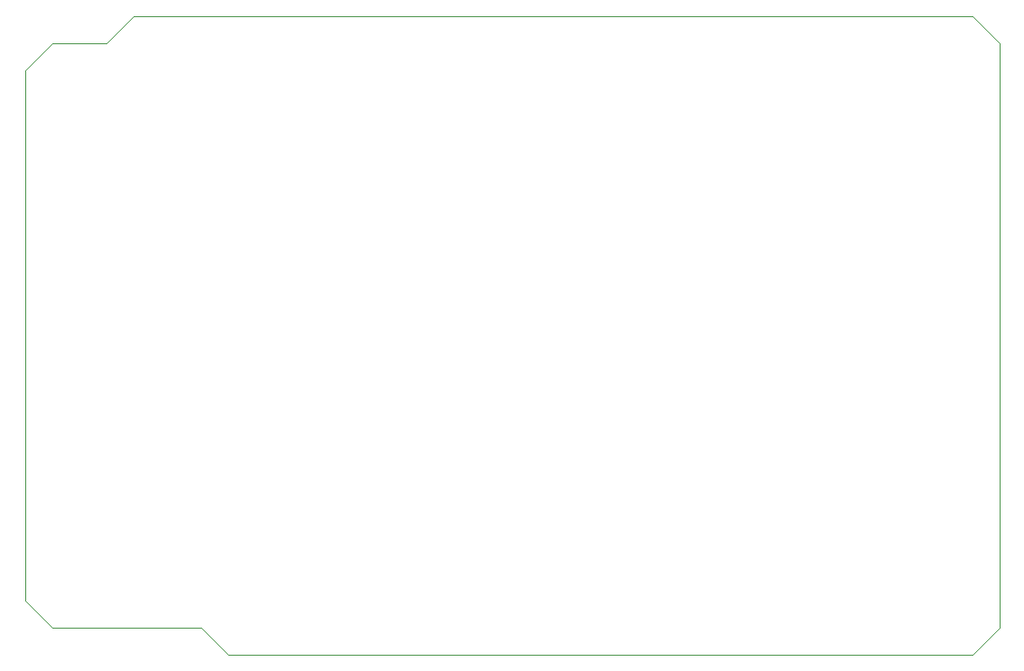
<source format=gbr>
G04 #@! TF.FileFunction,Profile,NP*
%FSLAX46Y46*%
G04 Gerber Fmt 4.6, Leading zero omitted, Abs format (unit mm)*
G04 Created by KiCad (PCBNEW 4.0.2+dfsg1-stable) date mer. 27 juil. 2016 00:58:03 CEST*
%MOMM*%
G01*
G04 APERTURE LIST*
%ADD10C,0.100000*%
G04 APERTURE END LIST*
D10*
X162560000Y-104902000D02*
X160020000Y-102362000D01*
X176530000Y-104902000D02*
X162560000Y-104902000D01*
X176530000Y-104902000D02*
X179070000Y-107442000D01*
X162560000Y-50038000D02*
X167640000Y-50038000D01*
X160020000Y-52578000D02*
X162560000Y-50038000D01*
X160020000Y-102362000D02*
X160020000Y-52578000D01*
X248920000Y-107442000D02*
X179070000Y-107442000D01*
X251460000Y-104902000D02*
X248920000Y-107442000D01*
X251460000Y-50038000D02*
X251460000Y-104902000D01*
X248920000Y-47498000D02*
X251460000Y-50038000D01*
X170180000Y-47498000D02*
X248920000Y-47498000D01*
X167640000Y-50038000D02*
X170180000Y-47498000D01*
M02*

</source>
